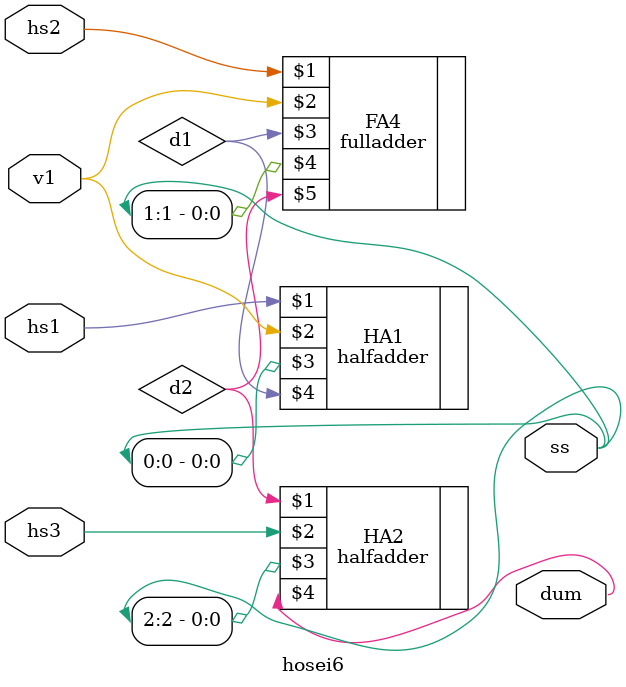
<source format=v>
module hosei6(hs1, hs2, hs3, v1, ss, dum);
    input hs1, hs2, hs3, v1;
    output [2:0] ss;
    output dum;
    wire d1, d2;

    halfadder HA1(hs1, v1, ss[0], d1);
    fulladder FA4(hs2, v1, d1, ss[1], d2);
    halfadder HA2(d2, hs3, ss[2], dum);

endmodule
</source>
